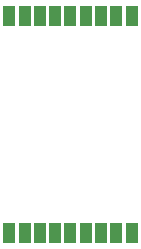
<source format=gbs>
G04*
G04 #@! TF.GenerationSoftware,Altium Limited,Altium Designer,20.0.2 (26)*
G04*
G04 Layer_Color=16711935*
%FSLAX25Y25*%
%MOIN*%
G70*
G01*
G75*
%ADD25R,0.03950X0.06706*%
D25*
X42956Y74134D02*
D03*
X37862D02*
D03*
X7301D02*
D03*
X12395D02*
D03*
X17488D02*
D03*
X22582D02*
D03*
X27675D02*
D03*
X32769D02*
D03*
X2208D02*
D03*
X2205Y1693D02*
D03*
X7298D02*
D03*
X37859D02*
D03*
X32766D02*
D03*
X27672D02*
D03*
X22579D02*
D03*
X17485D02*
D03*
X12392D02*
D03*
X42953D02*
D03*
M02*

</source>
